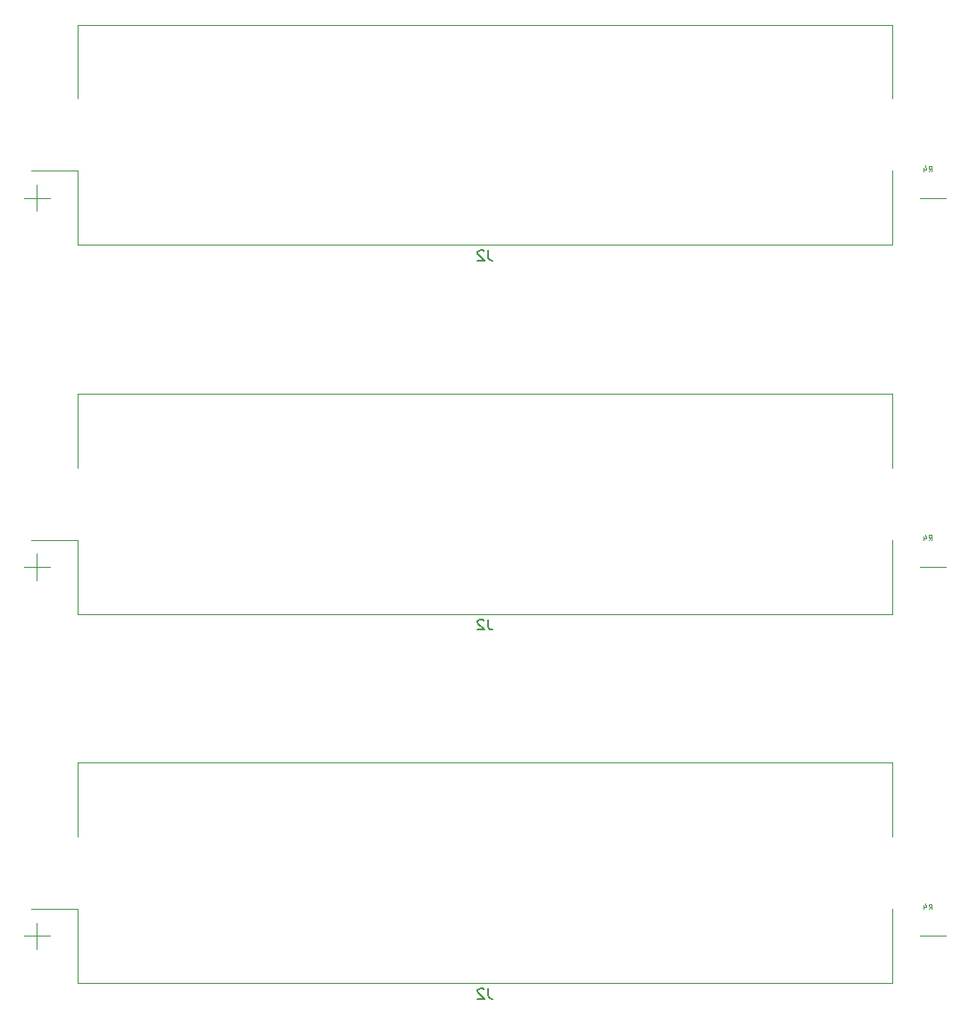
<source format=gbr>
G04 #@! TF.GenerationSoftware,KiCad,Pcbnew,(5.1.5)-3*
G04 #@! TF.CreationDate,2020-05-17T20:08:29+05:30*
G04 #@! TF.ProjectId,panel,70616e65-6c2e-46b6-9963-61645f706362,rev?*
G04 #@! TF.SameCoordinates,Original*
G04 #@! TF.FileFunction,Legend,Bot*
G04 #@! TF.FilePolarity,Positive*
%FSLAX46Y46*%
G04 Gerber Fmt 4.6, Leading zero omitted, Abs format (unit mm)*
G04 Created by KiCad (PCBNEW (5.1.5)-3) date 2020-05-17 20:08:29*
%MOMM*%
%LPD*%
G04 APERTURE LIST*
%ADD10C,0.120000*%
%ADD11C,0.075000*%
%ADD12C,0.150000*%
G04 APERTURE END LIST*
D10*
X135760000Y-144340000D02*
X131400000Y-144340000D01*
X135760000Y-130460000D02*
X135760000Y-137460000D01*
X213040000Y-130460000D02*
X135760000Y-130460000D01*
X213040000Y-137460000D02*
X213040000Y-130460000D01*
X135760000Y-151340000D02*
X135760000Y-144340000D01*
X213040000Y-151340000D02*
X135760000Y-151340000D01*
X213040000Y-144340000D02*
X213040000Y-151320000D01*
X218150000Y-146900000D02*
X215650000Y-146900000D01*
X130650000Y-146900000D02*
X133150000Y-146900000D01*
X131900000Y-145650000D02*
X131900000Y-148150000D01*
X135760000Y-109340000D02*
X131400000Y-109340000D01*
X135760000Y-95460000D02*
X135760000Y-102460000D01*
X213040000Y-95460000D02*
X135760000Y-95460000D01*
X213040000Y-102460000D02*
X213040000Y-95460000D01*
X135760000Y-116340000D02*
X135760000Y-109340000D01*
X213040000Y-116340000D02*
X135760000Y-116340000D01*
X213040000Y-109340000D02*
X213040000Y-116320000D01*
X218150000Y-111900000D02*
X215650000Y-111900000D01*
X130650000Y-111900000D02*
X133150000Y-111900000D01*
X131900000Y-110650000D02*
X131900000Y-113150000D01*
X131900000Y-75650000D02*
X131900000Y-78150000D01*
X130650000Y-76900000D02*
X133150000Y-76900000D01*
X218150000Y-76900000D02*
X215650000Y-76900000D01*
X213040000Y-74340000D02*
X213040000Y-81320000D01*
X213040000Y-81340000D02*
X135760000Y-81340000D01*
X135760000Y-81340000D02*
X135760000Y-74340000D01*
X213040000Y-67460000D02*
X213040000Y-60460000D01*
X213040000Y-60460000D02*
X135760000Y-60460000D01*
X135760000Y-60460000D02*
X135760000Y-67460000D01*
X135760000Y-74340000D02*
X131400000Y-74340000D01*
D11*
X216498333Y-144356190D02*
X216665000Y-144118095D01*
X216784047Y-144356190D02*
X216784047Y-143856190D01*
X216593571Y-143856190D01*
X216545952Y-143880000D01*
X216522142Y-143903809D01*
X216498333Y-143951428D01*
X216498333Y-144022857D01*
X216522142Y-144070476D01*
X216545952Y-144094285D01*
X216593571Y-144118095D01*
X216784047Y-144118095D01*
X216069761Y-144022857D02*
X216069761Y-144356190D01*
X216188809Y-143832380D02*
X216307857Y-144189523D01*
X215998333Y-144189523D01*
X216498333Y-109356190D02*
X216665000Y-109118095D01*
X216784047Y-109356190D02*
X216784047Y-108856190D01*
X216593571Y-108856190D01*
X216545952Y-108880000D01*
X216522142Y-108903809D01*
X216498333Y-108951428D01*
X216498333Y-109022857D01*
X216522142Y-109070476D01*
X216545952Y-109094285D01*
X216593571Y-109118095D01*
X216784047Y-109118095D01*
X216069761Y-109022857D02*
X216069761Y-109356190D01*
X216188809Y-108832380D02*
X216307857Y-109189523D01*
X215998333Y-109189523D01*
D12*
X174733333Y-151852380D02*
X174733333Y-152566666D01*
X174780952Y-152709523D01*
X174876190Y-152804761D01*
X175019047Y-152852380D01*
X175114285Y-152852380D01*
X174304761Y-151947619D02*
X174257142Y-151900000D01*
X174161904Y-151852380D01*
X173923809Y-151852380D01*
X173828571Y-151900000D01*
X173780952Y-151947619D01*
X173733333Y-152042857D01*
X173733333Y-152138095D01*
X173780952Y-152280952D01*
X174352380Y-152852380D01*
X173733333Y-152852380D01*
X174733333Y-116852380D02*
X174733333Y-117566666D01*
X174780952Y-117709523D01*
X174876190Y-117804761D01*
X175019047Y-117852380D01*
X175114285Y-117852380D01*
X174304761Y-116947619D02*
X174257142Y-116900000D01*
X174161904Y-116852380D01*
X173923809Y-116852380D01*
X173828571Y-116900000D01*
X173780952Y-116947619D01*
X173733333Y-117042857D01*
X173733333Y-117138095D01*
X173780952Y-117280952D01*
X174352380Y-117852380D01*
X173733333Y-117852380D01*
X174733333Y-81852380D02*
X174733333Y-82566666D01*
X174780952Y-82709523D01*
X174876190Y-82804761D01*
X175019047Y-82852380D01*
X175114285Y-82852380D01*
X174304761Y-81947619D02*
X174257142Y-81900000D01*
X174161904Y-81852380D01*
X173923809Y-81852380D01*
X173828571Y-81900000D01*
X173780952Y-81947619D01*
X173733333Y-82042857D01*
X173733333Y-82138095D01*
X173780952Y-82280952D01*
X174352380Y-82852380D01*
X173733333Y-82852380D01*
D11*
X216498333Y-74356190D02*
X216665000Y-74118095D01*
X216784047Y-74356190D02*
X216784047Y-73856190D01*
X216593571Y-73856190D01*
X216545952Y-73880000D01*
X216522142Y-73903809D01*
X216498333Y-73951428D01*
X216498333Y-74022857D01*
X216522142Y-74070476D01*
X216545952Y-74094285D01*
X216593571Y-74118095D01*
X216784047Y-74118095D01*
X216069761Y-74022857D02*
X216069761Y-74356190D01*
X216188809Y-73832380D02*
X216307857Y-74189523D01*
X215998333Y-74189523D01*
M02*

</source>
